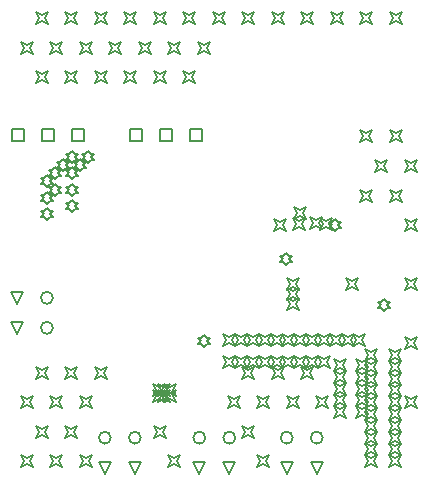
<source format=gbr>
%TF.GenerationSoftware,Altium Limited,Altium Designer,24.6.1 (21)*%
G04 Layer_Color=2752767*
%FSLAX45Y45*%
%MOMM*%
%TF.SameCoordinates,18E76ECD-83C5-444D-8C50-6D49F83D0F89*%
%TF.FilePolarity,Positive*%
%TF.FileFunction,Drawing*%
%TF.Part,Single*%
G01*
G75*
%TA.AperFunction,NonConductor*%
%ADD95C,0.12700*%
%ADD96C,0.16933*%
D95*
X620000Y-2014800D02*
X569200Y-1913200D01*
X670800D01*
X620000Y-2014800D01*
X874000D02*
X823200Y-1913200D01*
X924800D01*
X874000Y-2014800D01*
X-454800Y799200D02*
Y900800D01*
X-353200D01*
Y799200D01*
X-454800D01*
X-200800D02*
Y900800D01*
X-99200D01*
Y799200D01*
X-200800D01*
X-708800D02*
Y900800D01*
X-607200D01*
Y799200D01*
X-708800D01*
X-1454800D02*
Y900800D01*
X-1353200D01*
Y799200D01*
X-1454800D01*
X-1200800D02*
Y900800D01*
X-1099200D01*
Y799200D01*
X-1200800D01*
X-1708800D02*
Y900800D01*
X-1607200D01*
Y799200D01*
X-1708800D01*
X-1664000Y-576800D02*
X-1714800Y-475200D01*
X-1613200D01*
X-1664000Y-576800D01*
Y-830800D02*
X-1714800Y-729200D01*
X-1613200D01*
X-1664000Y-830800D01*
X-120000Y-2014800D02*
X-170800Y-1913200D01*
X-69200D01*
X-120000Y-2014800D01*
X134000D02*
X83200Y-1913200D01*
X184800D01*
X134000Y-2014800D01*
X-920000D02*
X-970800Y-1913200D01*
X-869200D01*
X-920000Y-2014800D01*
X-666000D02*
X-716800Y-1913200D01*
X-615200D01*
X-666000Y-2014800D01*
X899200Y49200D02*
X924600Y100000D01*
X899200Y150800D01*
X950000Y125400D01*
X1000800Y150800D01*
X975400Y100000D01*
X1000800Y49200D01*
X950000Y74600D01*
X899200Y49200D01*
X819200Y59200D02*
X844600Y110000D01*
X819200Y160800D01*
X870000Y135400D01*
X920800Y160800D01*
X895400Y110000D01*
X920800Y59200D01*
X870000Y84600D01*
X819200Y59200D01*
X669200Y49200D02*
X694600Y100000D01*
X669200Y150800D01*
X720000Y125400D01*
X770800Y150800D01*
X745400Y100000D01*
X770800Y49200D01*
X720000Y74600D01*
X669200Y49200D01*
X509200Y39200D02*
X534600Y90000D01*
X509200Y140800D01*
X560000Y115400D01*
X610800Y140800D01*
X585400Y90000D01*
X610800Y39200D01*
X560000Y64600D01*
X509200Y39200D01*
X679200Y139200D02*
X704600Y190000D01*
X679200Y240800D01*
X730000Y215400D01*
X780800Y240800D01*
X755400Y190000D01*
X780800Y139200D01*
X730000Y164600D01*
X679200Y139200D01*
X1619200Y539201D02*
X1644600Y590001D01*
X1619200Y640801D01*
X1670000Y615401D01*
X1720800Y640801D01*
X1695400Y590001D01*
X1720800Y539201D01*
X1670000Y564601D01*
X1619200Y539201D01*
Y39201D02*
X1644600Y90001D01*
X1619200Y140801D01*
X1670000Y115401D01*
X1720800Y140801D01*
X1695400Y90001D01*
X1720800Y39201D01*
X1670000Y64601D01*
X1619200Y39201D01*
Y-460799D02*
X1644600Y-409999D01*
X1619200Y-359199D01*
X1670000Y-384599D01*
X1720800Y-359199D01*
X1695400Y-409999D01*
X1720800Y-460799D01*
X1670000Y-435399D01*
X1619200Y-460799D01*
Y-960799D02*
X1644600Y-909999D01*
X1619200Y-859199D01*
X1670000Y-884599D01*
X1720800Y-859199D01*
X1695400Y-909999D01*
X1720800Y-960799D01*
X1670000Y-935399D01*
X1619200Y-960799D01*
Y-1460799D02*
X1644600Y-1409999D01*
X1619200Y-1359199D01*
X1670000Y-1384599D01*
X1720800Y-1359199D01*
X1695400Y-1409999D01*
X1720800Y-1460799D01*
X1670000Y-1435399D01*
X1619200Y-1460799D01*
X1494200Y1789201D02*
X1519600Y1840001D01*
X1494200Y1890801D01*
X1545000Y1865401D01*
X1595800Y1890801D01*
X1570400Y1840001D01*
X1595800Y1789201D01*
X1545000Y1814601D01*
X1494200Y1789201D01*
Y789201D02*
X1519600Y840001D01*
X1494200Y890801D01*
X1545000Y865401D01*
X1595800Y890801D01*
X1570400Y840001D01*
X1595800Y789201D01*
X1545000Y814601D01*
X1494200Y789201D01*
X1369200Y539201D02*
X1394600Y590001D01*
X1369200Y640801D01*
X1420000Y615401D01*
X1470800Y640801D01*
X1445400Y590001D01*
X1470800Y539201D01*
X1420000Y564601D01*
X1369200Y539201D01*
X1494200Y289201D02*
X1519600Y340001D01*
X1494200Y390801D01*
X1545000Y365401D01*
X1595800Y390801D01*
X1570400Y340001D01*
X1595800Y289201D01*
X1545000Y314601D01*
X1494200Y289201D01*
X1244200Y1789201D02*
X1269600Y1840001D01*
X1244200Y1890801D01*
X1295000Y1865401D01*
X1345800Y1890801D01*
X1320400Y1840001D01*
X1345800Y1789201D01*
X1295000Y1814601D01*
X1244200Y1789201D01*
Y789201D02*
X1269600Y840001D01*
X1244200Y890801D01*
X1295000Y865401D01*
X1345800Y890801D01*
X1320400Y840001D01*
X1345800Y789201D01*
X1295000Y814601D01*
X1244200Y789201D01*
Y289201D02*
X1269600Y340001D01*
X1244200Y390801D01*
X1295000Y365401D01*
X1345800Y390801D01*
X1320400Y340001D01*
X1345800Y289201D01*
X1295000Y314601D01*
X1244200Y289201D01*
X1119200Y-460799D02*
X1144600Y-409999D01*
X1119200Y-359199D01*
X1170000Y-384599D01*
X1220800Y-359199D01*
X1195400Y-409999D01*
X1220800Y-460799D01*
X1170000Y-435399D01*
X1119200Y-460799D01*
X994200Y1789201D02*
X1019600Y1840001D01*
X994200Y1890801D01*
X1045000Y1865401D01*
X1095800Y1890801D01*
X1070400Y1840001D01*
X1095800Y1789201D01*
X1045000Y1814601D01*
X994200Y1789201D01*
X869200Y-1460799D02*
X894600Y-1409999D01*
X869200Y-1359199D01*
X920000Y-1384599D01*
X970800Y-1359199D01*
X945400Y-1409999D01*
X970800Y-1460799D01*
X920000Y-1435399D01*
X869200Y-1460799D01*
X744200Y1789201D02*
X769600Y1840001D01*
X744200Y1890801D01*
X795000Y1865401D01*
X845800Y1890801D01*
X820400Y1840001D01*
X845800Y1789201D01*
X795000Y1814601D01*
X744200Y1789201D01*
X619200Y-460799D02*
X644600Y-409999D01*
X619200Y-359199D01*
X670000Y-384599D01*
X720800Y-359199D01*
X695400Y-409999D01*
X720800Y-460799D01*
X670000Y-435399D01*
X619200Y-460799D01*
X744200Y-1210799D02*
X769600Y-1159999D01*
X744200Y-1109199D01*
X795000Y-1134599D01*
X845800Y-1109199D01*
X820400Y-1159999D01*
X845800Y-1210799D01*
X795000Y-1185399D01*
X744200Y-1210799D01*
X619200Y-1460799D02*
X644600Y-1409999D01*
X619200Y-1359199D01*
X670000Y-1384599D01*
X720800Y-1359199D01*
X695400Y-1409999D01*
X720800Y-1460799D01*
X670000Y-1435399D01*
X619200Y-1460799D01*
X494200Y1789201D02*
X519600Y1840001D01*
X494200Y1890801D01*
X545000Y1865401D01*
X595800Y1890801D01*
X570400Y1840001D01*
X595800Y1789201D01*
X545000Y1814601D01*
X494200Y1789201D01*
Y-1210799D02*
X519600Y-1159999D01*
X494200Y-1109199D01*
X545000Y-1134599D01*
X595800Y-1109199D01*
X570400Y-1159999D01*
X595800Y-1210799D01*
X545000Y-1185399D01*
X494200Y-1210799D01*
X369200Y-1460799D02*
X394600Y-1409999D01*
X369200Y-1359199D01*
X420000Y-1384599D01*
X470800Y-1359199D01*
X445400Y-1409999D01*
X470800Y-1460799D01*
X420000Y-1435399D01*
X369200Y-1460799D01*
Y-1960799D02*
X394600Y-1909999D01*
X369200Y-1859199D01*
X420000Y-1884599D01*
X470800Y-1859199D01*
X445400Y-1909999D01*
X470800Y-1960799D01*
X420000Y-1935399D01*
X369200Y-1960799D01*
X244200Y1789201D02*
X269600Y1840001D01*
X244200Y1890801D01*
X295000Y1865401D01*
X345800Y1890801D01*
X320400Y1840001D01*
X345800Y1789201D01*
X295000Y1814601D01*
X244200Y1789201D01*
Y-1210799D02*
X269600Y-1159999D01*
X244200Y-1109199D01*
X295000Y-1134599D01*
X345800Y-1109199D01*
X320400Y-1159999D01*
X345800Y-1210799D01*
X295000Y-1185399D01*
X244200Y-1210799D01*
X119200Y-1460799D02*
X144600Y-1409999D01*
X119200Y-1359199D01*
X170000Y-1384599D01*
X220800Y-1359199D01*
X195400Y-1409999D01*
X220800Y-1460799D01*
X170000Y-1435399D01*
X119200Y-1460799D01*
X244200Y-1710799D02*
X269600Y-1659999D01*
X244200Y-1609199D01*
X295000Y-1634599D01*
X345800Y-1609199D01*
X320400Y-1659999D01*
X345800Y-1710799D01*
X295000Y-1685399D01*
X244200Y-1710799D01*
X-5800Y1789201D02*
X19600Y1840001D01*
X-5800Y1890801D01*
X45000Y1865401D01*
X95800Y1890801D01*
X70400Y1840001D01*
X95800Y1789201D01*
X45000Y1814601D01*
X-5800Y1789201D01*
X-130800Y1539201D02*
X-105400Y1590001D01*
X-130800Y1640801D01*
X-80000Y1615401D01*
X-29200Y1640801D01*
X-54600Y1590001D01*
X-29200Y1539201D01*
X-80000Y1564601D01*
X-130800Y1539201D01*
X-255800Y1789201D02*
X-230400Y1840001D01*
X-255800Y1890801D01*
X-205000Y1865401D01*
X-154200Y1890801D01*
X-179600Y1840001D01*
X-154200Y1789201D01*
X-205000Y1814601D01*
X-255800Y1789201D01*
X-380800Y1539201D02*
X-355400Y1590001D01*
X-380800Y1640801D01*
X-330000Y1615401D01*
X-279200Y1640801D01*
X-304600Y1590001D01*
X-279200Y1539201D01*
X-330000Y1564601D01*
X-380800Y1539201D01*
X-255800Y1289201D02*
X-230400Y1340001D01*
X-255800Y1390801D01*
X-205000Y1365401D01*
X-154200Y1390801D01*
X-179600Y1340001D01*
X-154200Y1289201D01*
X-205000Y1314601D01*
X-255800Y1289201D01*
X-380800Y-1960799D02*
X-355400Y-1909999D01*
X-380800Y-1859199D01*
X-330000Y-1884599D01*
X-279200Y-1859199D01*
X-304600Y-1909999D01*
X-279200Y-1960799D01*
X-330000Y-1935399D01*
X-380800Y-1960799D01*
X-505800Y1789201D02*
X-480400Y1840001D01*
X-505800Y1890801D01*
X-455000Y1865401D01*
X-404200Y1890801D01*
X-429600Y1840001D01*
X-404200Y1789201D01*
X-455000Y1814601D01*
X-505800Y1789201D01*
X-630800Y1539201D02*
X-605400Y1590001D01*
X-630800Y1640801D01*
X-580000Y1615401D01*
X-529200Y1640801D01*
X-554600Y1590001D01*
X-529200Y1539201D01*
X-580000Y1564601D01*
X-630800Y1539201D01*
X-505800Y1289201D02*
X-480400Y1340001D01*
X-505800Y1390801D01*
X-455000Y1365401D01*
X-404200Y1390801D01*
X-429600Y1340001D01*
X-404200Y1289201D01*
X-455000Y1314601D01*
X-505800Y1289201D01*
Y-1710799D02*
X-480400Y-1659999D01*
X-505800Y-1609199D01*
X-455000Y-1634599D01*
X-404200Y-1609199D01*
X-429600Y-1659999D01*
X-404200Y-1710799D01*
X-455000Y-1685399D01*
X-505800Y-1710799D01*
X-755800Y1789201D02*
X-730400Y1840001D01*
X-755800Y1890801D01*
X-705000Y1865401D01*
X-654200Y1890801D01*
X-679600Y1840001D01*
X-654200Y1789201D01*
X-705000Y1814601D01*
X-755800Y1789201D01*
X-880800Y1539201D02*
X-855400Y1590001D01*
X-880800Y1640801D01*
X-830000Y1615401D01*
X-779200Y1640801D01*
X-804600Y1590001D01*
X-779200Y1539201D01*
X-830000Y1564601D01*
X-880800Y1539201D01*
X-755800Y1289201D02*
X-730400Y1340001D01*
X-755800Y1390801D01*
X-705000Y1365401D01*
X-654200Y1390801D01*
X-679600Y1340001D01*
X-654200Y1289201D01*
X-705000Y1314601D01*
X-755800Y1289201D01*
X-1005800Y1789201D02*
X-980400Y1840001D01*
X-1005800Y1890801D01*
X-955000Y1865401D01*
X-904200Y1890801D01*
X-929600Y1840001D01*
X-904200Y1789201D01*
X-955000Y1814601D01*
X-1005800Y1789201D01*
X-1130800Y1539201D02*
X-1105400Y1590001D01*
X-1130800Y1640801D01*
X-1080000Y1615401D01*
X-1029200Y1640801D01*
X-1054600Y1590001D01*
X-1029200Y1539201D01*
X-1080000Y1564601D01*
X-1130800Y1539201D01*
X-1005800Y1289201D02*
X-980400Y1340001D01*
X-1005800Y1390801D01*
X-955000Y1365401D01*
X-904200Y1390801D01*
X-929600Y1340001D01*
X-904200Y1289201D01*
X-955000Y1314601D01*
X-1005800Y1289201D01*
Y-1210799D02*
X-980400Y-1159999D01*
X-1005800Y-1109199D01*
X-955000Y-1134599D01*
X-904200Y-1109199D01*
X-929600Y-1159999D01*
X-904200Y-1210799D01*
X-955000Y-1185399D01*
X-1005800Y-1210799D01*
X-1130800Y-1460799D02*
X-1105400Y-1409999D01*
X-1130800Y-1359199D01*
X-1080000Y-1384599D01*
X-1029200Y-1359199D01*
X-1054600Y-1409999D01*
X-1029200Y-1460799D01*
X-1080000Y-1435399D01*
X-1130800Y-1460799D01*
Y-1960799D02*
X-1105400Y-1909999D01*
X-1130800Y-1859199D01*
X-1080000Y-1884599D01*
X-1029200Y-1859199D01*
X-1054600Y-1909999D01*
X-1029200Y-1960799D01*
X-1080000Y-1935399D01*
X-1130800Y-1960799D01*
X-1255800Y1789201D02*
X-1230400Y1840001D01*
X-1255800Y1890801D01*
X-1205000Y1865401D01*
X-1154200Y1890801D01*
X-1179600Y1840001D01*
X-1154200Y1789201D01*
X-1205000Y1814601D01*
X-1255800Y1789201D01*
X-1380800Y1539201D02*
X-1355400Y1590001D01*
X-1380800Y1640801D01*
X-1330000Y1615401D01*
X-1279200Y1640801D01*
X-1304600Y1590001D01*
X-1279200Y1539201D01*
X-1330000Y1564601D01*
X-1380800Y1539201D01*
X-1255800Y1289201D02*
X-1230400Y1340001D01*
X-1255800Y1390801D01*
X-1205000Y1365401D01*
X-1154200Y1390801D01*
X-1179600Y1340001D01*
X-1154200Y1289201D01*
X-1205000Y1314601D01*
X-1255800Y1289201D01*
Y-1210799D02*
X-1230400Y-1159999D01*
X-1255800Y-1109199D01*
X-1205000Y-1134599D01*
X-1154200Y-1109199D01*
X-1179600Y-1159999D01*
X-1154200Y-1210799D01*
X-1205000Y-1185399D01*
X-1255800Y-1210799D01*
X-1380800Y-1460799D02*
X-1355400Y-1409999D01*
X-1380800Y-1359199D01*
X-1330000Y-1384599D01*
X-1279200Y-1359199D01*
X-1304600Y-1409999D01*
X-1279200Y-1460799D01*
X-1330000Y-1435399D01*
X-1380800Y-1460799D01*
X-1255800Y-1710799D02*
X-1230400Y-1659999D01*
X-1255800Y-1609199D01*
X-1205000Y-1634599D01*
X-1154200Y-1609199D01*
X-1179600Y-1659999D01*
X-1154200Y-1710799D01*
X-1205000Y-1685399D01*
X-1255800Y-1710799D01*
X-1380800Y-1960799D02*
X-1355400Y-1909999D01*
X-1380800Y-1859199D01*
X-1330000Y-1884599D01*
X-1279200Y-1859199D01*
X-1304600Y-1909999D01*
X-1279200Y-1960799D01*
X-1330000Y-1935399D01*
X-1380800Y-1960799D01*
X-1505800Y1789201D02*
X-1480400Y1840001D01*
X-1505800Y1890801D01*
X-1455000Y1865401D01*
X-1404200Y1890801D01*
X-1429600Y1840001D01*
X-1404200Y1789201D01*
X-1455000Y1814601D01*
X-1505800Y1789201D01*
X-1630800Y1539201D02*
X-1605400Y1590001D01*
X-1630800Y1640801D01*
X-1580000Y1615401D01*
X-1529200Y1640801D01*
X-1554600Y1590001D01*
X-1529200Y1539201D01*
X-1580000Y1564601D01*
X-1630800Y1539201D01*
X-1505800Y1289201D02*
X-1480400Y1340001D01*
X-1505800Y1390801D01*
X-1455000Y1365401D01*
X-1404200Y1390801D01*
X-1429600Y1340001D01*
X-1404200Y1289201D01*
X-1455000Y1314601D01*
X-1505800Y1289201D01*
Y-1210799D02*
X-1480400Y-1159999D01*
X-1505800Y-1109199D01*
X-1455000Y-1134599D01*
X-1404200Y-1109199D01*
X-1429600Y-1159999D01*
X-1404200Y-1210799D01*
X-1455000Y-1185399D01*
X-1505800Y-1210799D01*
X-1630800Y-1460799D02*
X-1605400Y-1409999D01*
X-1630800Y-1359199D01*
X-1580000Y-1384599D01*
X-1529200Y-1359199D01*
X-1554600Y-1409999D01*
X-1529200Y-1460799D01*
X-1580000Y-1435399D01*
X-1630800Y-1460799D01*
X-1505800Y-1710799D02*
X-1480400Y-1659999D01*
X-1505800Y-1609199D01*
X-1455000Y-1634599D01*
X-1404200Y-1609199D01*
X-1429600Y-1659999D01*
X-1404200Y-1710799D01*
X-1455000Y-1685399D01*
X-1505800Y-1710799D01*
X-1630800Y-1960799D02*
X-1605400Y-1909999D01*
X-1630800Y-1859199D01*
X-1580000Y-1884599D01*
X-1529200Y-1859199D01*
X-1554600Y-1909999D01*
X-1529200Y-1960799D01*
X-1580000Y-1935399D01*
X-1630800Y-1960799D01*
X-82500Y-943300D02*
X-57100Y-917900D01*
X-31700D01*
X-57100Y-892500D01*
X-31700Y-867100D01*
X-57100D01*
X-82500Y-841700D01*
X-107900Y-867100D01*
X-133300D01*
X-107900Y-892500D01*
X-133300Y-917900D01*
X-107900D01*
X-82500Y-943300D01*
X-1199999Y199200D02*
X-1174599Y224600D01*
X-1149199D01*
X-1174599Y250000D01*
X-1149199Y275400D01*
X-1174599D01*
X-1199999Y300800D01*
X-1225399Y275400D01*
X-1250799D01*
X-1225399Y250000D01*
X-1250799Y224600D01*
X-1225399D01*
X-1199999Y199200D01*
X-1060000Y619200D02*
X-1034600Y644600D01*
X-1009200D01*
X-1034600Y670000D01*
X-1009200Y695400D01*
X-1034600D01*
X-1060000Y720800D01*
X-1085400Y695400D01*
X-1110800D01*
X-1085400Y670000D01*
X-1110800Y644600D01*
X-1085400D01*
X-1060000Y619200D01*
X-1130000Y549200D02*
X-1104600Y574600D01*
X-1079200D01*
X-1104600Y600000D01*
X-1079200Y625400D01*
X-1104600D01*
X-1130000Y650800D01*
X-1155400Y625400D01*
X-1180800D01*
X-1155400Y600000D01*
X-1180800Y574600D01*
X-1155400D01*
X-1130000Y549200D01*
X-1200000Y619200D02*
X-1174600Y644600D01*
X-1149200D01*
X-1174600Y670000D01*
X-1149200Y695400D01*
X-1174600D01*
X-1200000Y720800D01*
X-1225400Y695400D01*
X-1250800D01*
X-1225400Y670000D01*
X-1250800Y644600D01*
X-1225400D01*
X-1200000Y619200D01*
X-1410000Y129200D02*
X-1384600Y154600D01*
X-1359200D01*
X-1384600Y180000D01*
X-1359200Y205400D01*
X-1384600D01*
X-1410000Y230800D01*
X-1435400Y205400D01*
X-1460800D01*
X-1435400Y180000D01*
X-1460800Y154600D01*
X-1435400D01*
X-1410000Y129200D01*
X-1200000Y339200D02*
X-1174600Y364600D01*
X-1149200D01*
X-1174600Y390000D01*
X-1149200Y415400D01*
X-1174600D01*
X-1200000Y440800D01*
X-1225400Y415400D01*
X-1250800D01*
X-1225400Y390000D01*
X-1250800Y364600D01*
X-1225400D01*
X-1200000Y339200D01*
X-1270000Y549200D02*
X-1244600Y574600D01*
X-1219200D01*
X-1244600Y600000D01*
X-1219200Y625400D01*
X-1244600D01*
X-1270000Y650800D01*
X-1295400Y625400D01*
X-1320800D01*
X-1295400Y600000D01*
X-1320800Y574600D01*
X-1295400D01*
X-1270000Y549200D01*
X-1200000Y479200D02*
X-1174600Y504600D01*
X-1149200D01*
X-1174600Y530000D01*
X-1149200Y555400D01*
X-1174600D01*
X-1200000Y580800D01*
X-1225400Y555400D01*
X-1250800D01*
X-1225400Y530000D01*
X-1250800Y504600D01*
X-1225400D01*
X-1200000Y479200D01*
X-1340000D02*
X-1314600Y504600D01*
X-1289200D01*
X-1314600Y530000D01*
X-1289200Y555400D01*
X-1314600D01*
X-1340000Y580800D01*
X-1365400Y555400D01*
X-1390800D01*
X-1365400Y530000D01*
X-1390800Y504600D01*
X-1365400D01*
X-1340000Y479200D01*
X-1410000Y409200D02*
X-1384600Y434600D01*
X-1359200D01*
X-1384600Y460000D01*
X-1359200Y485400D01*
X-1384600D01*
X-1410000Y510800D01*
X-1435400Y485400D01*
X-1460800D01*
X-1435400Y460000D01*
X-1460800Y434600D01*
X-1435400D01*
X-1410000Y409200D01*
Y269200D02*
X-1384600Y294600D01*
X-1359200D01*
X-1384600Y320000D01*
X-1359200Y345400D01*
X-1384600D01*
X-1410000Y370800D01*
X-1435400Y345400D01*
X-1460800D01*
X-1435400Y320000D01*
X-1460800Y294600D01*
X-1435400D01*
X-1410000Y269200D01*
X-1340000Y339200D02*
X-1314600Y364600D01*
X-1289200D01*
X-1314600Y390000D01*
X-1289200Y415400D01*
X-1314600D01*
X-1340000Y440800D01*
X-1365400Y415400D01*
X-1390800D01*
X-1365400Y390000D01*
X-1390800Y364600D01*
X-1365400D01*
X-1340000Y339200D01*
X-515800Y-1410800D02*
X-490400Y-1360000D01*
X-515800Y-1309200D01*
X-465000Y-1334600D01*
X-414200Y-1309200D01*
X-439600Y-1360000D01*
X-414200Y-1410800D01*
X-465000Y-1385400D01*
X-515800Y-1410800D01*
X-465800D02*
X-440400Y-1360000D01*
X-465800Y-1309200D01*
X-415000Y-1334600D01*
X-364200Y-1309200D01*
X-389600Y-1360000D01*
X-364200Y-1410800D01*
X-415000Y-1385400D01*
X-465800Y-1410800D01*
X-415800D02*
X-390400Y-1360000D01*
X-415800Y-1309200D01*
X-365000Y-1334600D01*
X-314200Y-1309200D01*
X-339600Y-1360000D01*
X-314200Y-1410800D01*
X-365000Y-1385400D01*
X-415800Y-1410800D01*
X-415800Y-1360800D02*
X-390400Y-1310000D01*
X-415800Y-1259200D01*
X-365000Y-1284600D01*
X-314200Y-1259200D01*
X-339600Y-1310000D01*
X-314200Y-1360800D01*
X-365000Y-1335400D01*
X-415800Y-1360800D01*
X-465800D02*
X-440400Y-1310000D01*
X-465800Y-1259200D01*
X-415000Y-1284600D01*
X-364200Y-1259200D01*
X-389600Y-1310000D01*
X-364200Y-1360800D01*
X-415000Y-1335400D01*
X-465800Y-1360800D01*
X-515800D02*
X-490400Y-1310000D01*
X-515800Y-1259200D01*
X-465000Y-1284600D01*
X-414200Y-1259200D01*
X-439600Y-1310000D01*
X-414200Y-1360800D01*
X-465000Y-1335400D01*
X-515800Y-1360800D01*
X1279200Y-1160800D02*
X1304600Y-1110000D01*
X1279200Y-1059200D01*
X1330000Y-1084600D01*
X1380800Y-1059200D01*
X1355400Y-1110000D01*
X1380800Y-1160800D01*
X1330000Y-1135400D01*
X1279200Y-1160800D01*
Y-1260800D02*
X1304600Y-1210000D01*
X1279200Y-1159200D01*
X1330000Y-1184600D01*
X1380800Y-1159200D01*
X1355400Y-1210000D01*
X1380800Y-1260800D01*
X1330000Y-1235400D01*
X1279200Y-1260800D01*
Y-1360800D02*
X1304600Y-1310000D01*
X1279200Y-1259200D01*
X1330000Y-1284600D01*
X1380800Y-1259200D01*
X1355400Y-1310000D01*
X1380800Y-1360800D01*
X1330000Y-1335400D01*
X1279200Y-1360800D01*
Y-1460800D02*
X1304600Y-1410000D01*
X1279200Y-1359200D01*
X1330000Y-1384600D01*
X1380800Y-1359200D01*
X1355400Y-1410000D01*
X1380800Y-1460800D01*
X1330000Y-1435400D01*
X1279200Y-1460800D01*
Y-1560800D02*
X1304600Y-1510000D01*
X1279200Y-1459200D01*
X1330000Y-1484600D01*
X1380800Y-1459200D01*
X1355400Y-1510000D01*
X1380800Y-1560800D01*
X1330000Y-1535400D01*
X1279200Y-1560800D01*
Y-1660800D02*
X1304600Y-1610000D01*
X1279200Y-1559200D01*
X1330000Y-1584600D01*
X1380800Y-1559200D01*
X1355400Y-1610000D01*
X1380800Y-1660800D01*
X1330000Y-1635400D01*
X1279200Y-1660800D01*
Y-1760800D02*
X1304600Y-1710000D01*
X1279200Y-1659200D01*
X1330000Y-1684600D01*
X1380800Y-1659200D01*
X1355400Y-1710000D01*
X1380800Y-1760800D01*
X1330000Y-1735400D01*
X1279200Y-1760800D01*
Y-1860800D02*
X1304600Y-1810000D01*
X1279200Y-1759200D01*
X1330000Y-1784600D01*
X1380800Y-1759200D01*
X1355400Y-1810000D01*
X1380800Y-1860800D01*
X1330000Y-1835400D01*
X1279200Y-1860800D01*
Y-1960800D02*
X1304600Y-1910000D01*
X1279200Y-1859200D01*
X1330000Y-1884600D01*
X1380800Y-1859200D01*
X1355400Y-1910000D01*
X1380800Y-1960800D01*
X1330000Y-1935400D01*
X1279200Y-1960800D01*
Y-1060800D02*
X1304600Y-1010000D01*
X1279200Y-959200D01*
X1330000Y-984600D01*
X1380800Y-959200D01*
X1355400Y-1010000D01*
X1380800Y-1060800D01*
X1330000Y-1035400D01*
X1279200Y-1060800D01*
X1209200Y-1545800D02*
X1234600Y-1495000D01*
X1209200Y-1444200D01*
X1260000Y-1469600D01*
X1310800Y-1444200D01*
X1285400Y-1495000D01*
X1310800Y-1545800D01*
X1260000Y-1520400D01*
X1209200Y-1545800D01*
Y-1445800D02*
X1234600Y-1395000D01*
X1209200Y-1344200D01*
X1260000Y-1369600D01*
X1310800Y-1344200D01*
X1285400Y-1395000D01*
X1310800Y-1445800D01*
X1260000Y-1420400D01*
X1209200Y-1445800D01*
Y-1345800D02*
X1234600Y-1295000D01*
X1209200Y-1244200D01*
X1260000Y-1269600D01*
X1310800Y-1244200D01*
X1285400Y-1295000D01*
X1310800Y-1345800D01*
X1260000Y-1320400D01*
X1209200Y-1345800D01*
Y-1245800D02*
X1234600Y-1195000D01*
X1209200Y-1144200D01*
X1260000Y-1169600D01*
X1310800Y-1144200D01*
X1285400Y-1195000D01*
X1310800Y-1245800D01*
X1260000Y-1220400D01*
X1209200Y-1245800D01*
Y-1145800D02*
X1234600Y-1095000D01*
X1209200Y-1044200D01*
X1260000Y-1069600D01*
X1310800Y-1044200D01*
X1285400Y-1095000D01*
X1310800Y-1145800D01*
X1260000Y-1120400D01*
X1209200Y-1145800D01*
X1184200Y-932474D02*
X1209600Y-881674D01*
X1184200Y-830874D01*
X1235000Y-856274D01*
X1285800Y-830874D01*
X1260400Y-881674D01*
X1285800Y-932474D01*
X1235000Y-907074D01*
X1184200Y-932474D01*
X1084200D02*
X1109600Y-881674D01*
X1084200Y-830874D01*
X1135000Y-856274D01*
X1185800Y-830874D01*
X1160400Y-881674D01*
X1185800Y-932474D01*
X1135000Y-907074D01*
X1084200Y-932474D01*
X984200D02*
X1009600Y-881674D01*
X984200Y-830874D01*
X1035000Y-856274D01*
X1085800Y-830874D01*
X1060400Y-881674D01*
X1085800Y-932474D01*
X1035000Y-907074D01*
X984200Y-932474D01*
X884200D02*
X909600Y-881674D01*
X884200Y-830874D01*
X935000Y-856274D01*
X985800Y-830874D01*
X960400Y-881674D01*
X985800Y-932474D01*
X935000Y-907074D01*
X884200Y-932474D01*
X784200D02*
X809600Y-881674D01*
X784200Y-830874D01*
X835000Y-856274D01*
X885800Y-830874D01*
X860400Y-881674D01*
X885800Y-932474D01*
X835000Y-907074D01*
X784200Y-932474D01*
X684200D02*
X709600Y-881674D01*
X684200Y-830874D01*
X735000Y-856274D01*
X785800Y-830874D01*
X760400Y-881674D01*
X785800Y-932474D01*
X735000Y-907074D01*
X684200Y-932474D01*
X584200D02*
X609600Y-881674D01*
X584200Y-830874D01*
X635000Y-856274D01*
X685800Y-830874D01*
X660400Y-881674D01*
X685800Y-932474D01*
X635000Y-907074D01*
X584200Y-932474D01*
X484200D02*
X509600Y-881674D01*
X484200Y-830874D01*
X535000Y-856274D01*
X585800Y-830874D01*
X560400Y-881674D01*
X585800Y-932474D01*
X535000Y-907074D01*
X484200Y-932474D01*
X384200D02*
X409600Y-881674D01*
X384200Y-830874D01*
X435000Y-856274D01*
X485800Y-830874D01*
X460400Y-881674D01*
X485800Y-932474D01*
X435000Y-907074D01*
X384200Y-932474D01*
X284200D02*
X309600Y-881674D01*
X284200Y-830874D01*
X335000Y-856274D01*
X385800Y-830874D01*
X360400Y-881674D01*
X385800Y-932474D01*
X335000Y-907074D01*
X284200Y-932474D01*
X184200D02*
X209600Y-881674D01*
X184200Y-830874D01*
X235000Y-856274D01*
X285800Y-830874D01*
X260400Y-881674D01*
X285800Y-932474D01*
X235000Y-907074D01*
X184200Y-932474D01*
X84199D02*
X109599Y-881674D01*
X84199Y-830874D01*
X134999Y-856274D01*
X185799Y-830874D01*
X160399Y-881674D01*
X185799Y-932474D01*
X134999Y-907074D01*
X84199Y-932474D01*
X884200Y-1122474D02*
X909600Y-1071674D01*
X884200Y-1020874D01*
X935000Y-1046274D01*
X985800Y-1020874D01*
X960400Y-1071674D01*
X985800Y-1122474D01*
X935000Y-1097074D01*
X884200Y-1122474D01*
X784200D02*
X809600Y-1071674D01*
X784200Y-1020874D01*
X835000Y-1046274D01*
X885800Y-1020874D01*
X860400Y-1071674D01*
X885800Y-1122474D01*
X835000Y-1097074D01*
X784200Y-1122474D01*
X684200D02*
X709600Y-1071674D01*
X684200Y-1020874D01*
X735000Y-1046274D01*
X785800Y-1020874D01*
X760400Y-1071674D01*
X785800Y-1122474D01*
X735000Y-1097074D01*
X684200Y-1122474D01*
X584200D02*
X609600Y-1071674D01*
X584200Y-1020874D01*
X635000Y-1046274D01*
X685800Y-1020874D01*
X660400Y-1071674D01*
X685800Y-1122474D01*
X635000Y-1097074D01*
X584200Y-1122474D01*
X484200D02*
X509600Y-1071674D01*
X484200Y-1020874D01*
X535000Y-1046274D01*
X585800Y-1020874D01*
X560400Y-1071674D01*
X585800Y-1122474D01*
X535000Y-1097074D01*
X484200Y-1122474D01*
X384200D02*
X409600Y-1071674D01*
X384200Y-1020874D01*
X435000Y-1046274D01*
X485800Y-1020874D01*
X460400Y-1071674D01*
X485800Y-1122474D01*
X435000Y-1097074D01*
X384200Y-1122474D01*
X284200D02*
X309600Y-1071674D01*
X284200Y-1020874D01*
X335000Y-1046274D01*
X385800Y-1020874D01*
X360400Y-1071674D01*
X385800Y-1122474D01*
X335000Y-1097074D01*
X284200Y-1122474D01*
X184200D02*
X209600Y-1071674D01*
X184200Y-1020874D01*
X235000Y-1046274D01*
X285800Y-1020874D01*
X260400Y-1071674D01*
X285800Y-1122474D01*
X235000Y-1097074D01*
X184200Y-1122474D01*
X84199D02*
X109599Y-1071674D01*
X84199Y-1020874D01*
X134999Y-1046274D01*
X185799Y-1020874D01*
X160399Y-1071674D01*
X185799Y-1122474D01*
X134999Y-1097074D01*
X84199Y-1122474D01*
X1019200Y-1145800D02*
X1044600Y-1095000D01*
X1019200Y-1044200D01*
X1070000Y-1069600D01*
X1120800Y-1044200D01*
X1095400Y-1095000D01*
X1120800Y-1145800D01*
X1070000Y-1120400D01*
X1019200Y-1145800D01*
Y-1245800D02*
X1044600Y-1195000D01*
X1019200Y-1144200D01*
X1070000Y-1169600D01*
X1120800Y-1144200D01*
X1095400Y-1195000D01*
X1120800Y-1245800D01*
X1070000Y-1220400D01*
X1019200Y-1245800D01*
Y-1345800D02*
X1044600Y-1295000D01*
X1019200Y-1244200D01*
X1070000Y-1269600D01*
X1120800Y-1244200D01*
X1095400Y-1295000D01*
X1120800Y-1345800D01*
X1070000Y-1320400D01*
X1019200Y-1345800D01*
Y-1445800D02*
X1044600Y-1395000D01*
X1019200Y-1344200D01*
X1070000Y-1369600D01*
X1120800Y-1344200D01*
X1095400Y-1395000D01*
X1120800Y-1445800D01*
X1070000Y-1420400D01*
X1019200Y-1445800D01*
Y-1545800D02*
X1044600Y-1495000D01*
X1019200Y-1444200D01*
X1070000Y-1469600D01*
X1120800Y-1444200D01*
X1095400Y-1495000D01*
X1120800Y-1545800D01*
X1070000Y-1520400D01*
X1019200Y-1545800D01*
X1489200Y-1060800D02*
X1514600Y-1010000D01*
X1489200Y-959200D01*
X1540000Y-984600D01*
X1590800Y-959200D01*
X1565400Y-1010000D01*
X1590800Y-1060800D01*
X1540000Y-1035400D01*
X1489200Y-1060800D01*
Y-1960800D02*
X1514600Y-1910000D01*
X1489200Y-1859200D01*
X1540000Y-1884600D01*
X1590800Y-1859200D01*
X1565400Y-1910000D01*
X1590800Y-1960800D01*
X1540000Y-1935400D01*
X1489200Y-1960800D01*
Y-1860800D02*
X1514600Y-1810000D01*
X1489200Y-1759200D01*
X1540000Y-1784600D01*
X1590800Y-1759200D01*
X1565400Y-1810000D01*
X1590800Y-1860800D01*
X1540000Y-1835400D01*
X1489200Y-1860800D01*
Y-1760800D02*
X1514600Y-1710000D01*
X1489200Y-1659200D01*
X1540000Y-1684600D01*
X1590800Y-1659200D01*
X1565400Y-1710000D01*
X1590800Y-1760800D01*
X1540000Y-1735400D01*
X1489200Y-1760800D01*
Y-1660800D02*
X1514600Y-1610000D01*
X1489200Y-1559200D01*
X1540000Y-1584600D01*
X1590800Y-1559200D01*
X1565400Y-1610000D01*
X1590800Y-1660800D01*
X1540000Y-1635400D01*
X1489200Y-1660800D01*
Y-1560800D02*
X1514600Y-1510000D01*
X1489200Y-1459200D01*
X1540000Y-1484600D01*
X1590800Y-1459200D01*
X1565400Y-1510000D01*
X1590800Y-1560800D01*
X1540000Y-1535400D01*
X1489200Y-1560800D01*
Y-1460800D02*
X1514600Y-1410000D01*
X1489200Y-1359200D01*
X1540000Y-1384600D01*
X1590800Y-1359200D01*
X1565400Y-1410000D01*
X1590800Y-1460800D01*
X1540000Y-1435400D01*
X1489200Y-1460800D01*
Y-1360800D02*
X1514600Y-1310000D01*
X1489200Y-1259200D01*
X1540000Y-1284600D01*
X1590800Y-1259200D01*
X1565400Y-1310000D01*
X1590800Y-1360800D01*
X1540000Y-1335400D01*
X1489200Y-1360800D01*
Y-1260800D02*
X1514600Y-1210000D01*
X1489200Y-1159200D01*
X1540000Y-1184600D01*
X1590800Y-1159200D01*
X1565400Y-1210000D01*
X1590800Y-1260800D01*
X1540000Y-1235400D01*
X1489200Y-1260800D01*
Y-1160800D02*
X1514600Y-1110000D01*
X1489200Y-1059200D01*
X1540000Y-1084600D01*
X1590800Y-1059200D01*
X1565400Y-1110000D01*
X1590800Y-1160800D01*
X1540000Y-1135400D01*
X1489200Y-1160800D01*
X1030000Y39200D02*
X1055400Y64600D01*
X1080800D01*
X1055400Y90000D01*
X1080800Y115400D01*
X1055400D01*
X1030000Y140800D01*
X1004600Y115400D01*
X979200D01*
X1004600Y90000D01*
X979200Y64600D01*
X1004600D01*
X1030000Y39200D01*
X619200Y-630800D02*
X644600Y-580000D01*
X619200Y-529200D01*
X670000Y-554600D01*
X720800Y-529200D01*
X695400Y-580000D01*
X720800Y-630800D01*
X670000Y-605400D01*
X619200Y-630800D01*
Y-540800D02*
X644600Y-490000D01*
X619200Y-439200D01*
X670000Y-464600D01*
X720800Y-439200D01*
X695400Y-490000D01*
X720800Y-540800D01*
X670000Y-515400D01*
X619200Y-540800D01*
X610000Y-250800D02*
X635400Y-225400D01*
X660800D01*
X635400Y-200000D01*
X660800Y-174600D01*
X635400D01*
X610000Y-149200D01*
X584600Y-174600D01*
X559200D01*
X584600Y-200000D01*
X559200Y-225400D01*
X584600D01*
X610000Y-250800D01*
X1440646Y-641392D02*
X1466046Y-615992D01*
X1491446D01*
X1466046Y-590592D01*
X1491446Y-565192D01*
X1466046D01*
X1440646Y-539792D01*
X1415246Y-565192D01*
X1389846D01*
X1415246Y-590592D01*
X1389846Y-615992D01*
X1415246D01*
X1440646Y-641392D01*
D96*
X670800Y-1710000D02*
G03*
X670800Y-1710000I-50800J0D01*
G01*
X924800D02*
G03*
X924800Y-1710000I-50800J0D01*
G01*
X-1359200Y-780000D02*
G03*
X-1359200Y-780000I-50800J0D01*
G01*
Y-526000D02*
G03*
X-1359200Y-526000I-50800J0D01*
G01*
X-69200Y-1710000D02*
G03*
X-69200Y-1710000I-50800J0D01*
G01*
X184800D02*
G03*
X184800Y-1710000I-50800J0D01*
G01*
X-869200D02*
G03*
X-869200Y-1710000I-50800J0D01*
G01*
X-615200D02*
G03*
X-615200Y-1710000I-50800J0D01*
G01*
%TF.MD5,648322a17a2e3f8031417384b1ef6339*%
M02*

</source>
